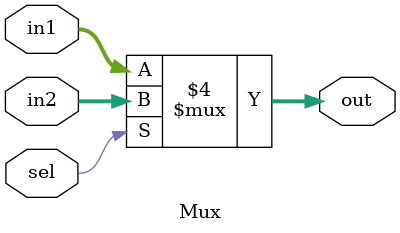
<source format=v>


module Mux(in1, in2, sel, out);

input[31:0] in1;
input[31:0] in2;
input sel;
output reg [31:0]  out;

always @(*)
   if (sel == 0)
      out = in1;
   else
      out = in2;

endmodule 

</source>
